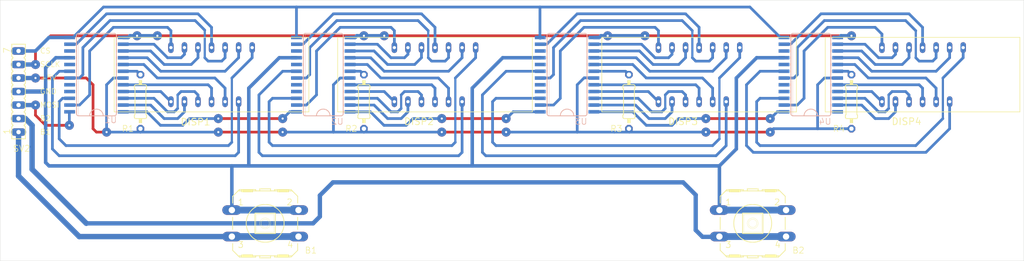
<source format=kicad_pcb>
(kicad_pcb (version 20221018) (generator pcbnew)
  (title_block (title "Bendix King KX155 Display") (date "2023-08-07") (rev "v1.0.1") (company "Kostoski Stefan"))
  (layers (0 "F.Cu" signal) (31 "B.Cu" signal) (34 "B.Paste" user) (35 "F.Paste" user) (36 "B.SilkS" user "B.Silkscreen") (37 "F.SilkS" user "F.Silkscreen") (38 "B.Mask" user) (39 "F.Mask" user) (44 "Edge.Cuts" user))
  (net 0 "")
  (net 1 "GND")
  (net 2 "Net-(U$2-ISET)")
  (net 3 "/VCC")
  (net 4 "Net-(U$4-ISET)")
  (net 5 "Net-(U$6-ISET)")
  (net 6 "Net-(U$8-ISET)")
  (net 7 "Net-(S1-P)")
  (net 8 "Net-(S2-P)")
  (net 9 "/LOAD")
  (net 10 "/CLK")
  (net 11 "/DIN")
  (net 12 "Net-(U$2-DIG0)")
  (net 13 "Net-(U$2-SEGA)")
  (net 14 "Net-(U$2-SEGF)")
  (net 15 "Net-(U$2-DIG1)")
  (net 16 "Net-(U$2-DIG2)")
  (net 17 "Net-(U$2-SEGB)")
  (net 18 "Net-(U$2-DIG4)")
  (net 19 "Net-(U$2-DIG3)")
  (net 20 "Net-(U$2-SEGG)")
  (net 21 "Net-(U$2-SEGC)")
  (net 22 "Net-(U$2-SEGDP)")
  (net 23 "Net-(U$2-SEGD)")
  (net 24 "Net-(U$2-SEGE)")
  (net 26 "Net-(U$2-DOUT)")
  (net 29 "Net-(U$4-DIG0)")
  (net 30 "Net-(U$4-SEGA)")
  (net 31 "Net-(U$4-SEGF)")
  (net 32 "Net-(U$4-DIG1)")
  (net 33 "Net-(U$4-DIG2)")
  (net 34 "Net-(U$4-SEGB)")
  (net 35 "Net-(U$4-DIG4)")
  (net 36 "Net-(U$4-DIG3)")
  (net 37 "Net-(U$4-SEGG)")
  (net 38 "Net-(U$4-SEGC)")
  (net 39 "Net-(U$4-SEGDP)")
  (net 40 "Net-(U$4-SEGD)")
  (net 41 "Net-(U$4-SEGE)")
  (net 43 "Net-(U$4-DOUT)")
  (net 46 "Net-(U$6-DIG0)")
  (net 47 "Net-(U$6-SEGA)")
  (net 48 "Net-(U$6-SEGF)")
  (net 49 "Net-(U$6-DIG1)")
  (net 50 "Net-(U$6-DIG2)")
  (net 51 "Net-(U$6-SEGB)")
  (net 52 "Net-(U$6-DIG4)")
  (net 53 "Net-(U$6-DIG3)")
  (net 54 "Net-(U$6-SEGG)")
  (net 55 "Net-(U$6-SEGC)")
  (net 56 "Net-(U$6-SEGDP)")
  (net 57 "Net-(U$6-SEGD)")
  (net 58 "Net-(U$6-SEGE)")
  (net 60 "Net-(U$6-DOUT)")
  (net 63 "Net-(U$8-DIG0)")
  (net 64 "Net-(U$8-SEGA)")
  (net 65 "Net-(U$8-SEGF)")
  (net 66 "Net-(U$8-DIG1)")
  (net 67 "Net-(U$8-DIG2)")
  (net 68 "Net-(U$8-SEGB)")
  (net 69 "Net-(U$8-DIG4)")
  (net 70 "Net-(U$8-DIG3)")
  (net 71 "Net-(U$8-SEGG)")
  (net 72 "Net-(U$8-SEGC)")
  (net 73 "Net-(U$8-SEGDP)")
  (net 74 "Net-(U$8-SEGD)")
  (net 75 "Net-(U$8-SEGE)")
  (footprint "Single Display:0207_10" (layer "F.Cu") (at 120.4461 99.5236 90)
    (fp_text reference "R2")
    (fp_text value "R-EU_0207/10" hide)
  )
  (footprint "Single Display:5_DIGIT_7SEGMENT_DISPLAY" (layer "F.Cu") (at 183.3111 94.4436)
    (fp_text reference "DISP3")
    (fp_text value "5_DIGIT_7SEGMENT_DISPLAY" hide)
  )
  (footprint "Single Display:0207_10" (layer "F.Cu") (at 78.5361 99.5236 90)
    (fp_text reference "R1")
    (fp_text value "R-EU_0207/10" hide)
  )
  (footprint "Single Display:0207_10" (layer "F.Cu") (at 170.1511 99.5236 90)
    (fp_text reference "R3")
    (fp_text value "R-EU_0207/10" hide)
  )
  (footprint "Single Display:B3F-40XX" (layer "F.Cu") (at 193.3695 122.3836)
    (fp_text reference "B2")
    (fp_text value "40-XX")
  )
  (footprint "Single Display:FE07" (layer "F.Cu") (at 55.6761 97.6186 90)
    (fp_text reference "SV2")
    (fp_text value "FE07-1" hide)
  )
  (footprint "Single Display:5_DIGIT_7SEGMENT_DISPLAY" (layer "F.Cu") (at 91.8711 94.4436)
    (fp_text reference "DISP1")
    (fp_text value "5_DIGIT_7SEGMENT_DISPLAY" hide)
  )
  (footprint "Single Display:5_DIGIT_7SEGMENT_DISPLAY" (layer "F.Cu") (at 133.7811 94.4436)
    (fp_text reference "DISP2")
    (fp_text value "5_DIGIT_7SEGMENT_DISPLAY" hide)
  )
  (footprint "Single Display:B3F-40XX" (layer "F.Cu") (at 101.9295 122.3836)
    (fp_text reference "B1")
    (fp_text value "40-XX")
  )
  (footprint "Single Display:0207_10" (layer "F.Cu") (at 211.8861 99.5236 90)
    (fp_text reference "R4")
    (fp_text value "R-EU_0207/10" hide)
  )
  (footprint "Single Display:5_DIGIT_7SEGMENT_DISPLAY" (layer "F.Cu") (at 225.2211 94.4436)
    (fp_text reference "DISP4")
    (fp_text value "5_DIGIT_7SEGMENT_DISPLAY" hide)
  )
  (footprint "Single Display:SO24L" (layer "B.Cu") (at 204.2661 94.4436 90)
    (fp_text reference "U4")
    (fp_text value "MAX7219CWG" hide)
  )
  (footprint "Single Display:SO24L" (layer "B.Cu") (at 70.2811 94.4436 90)
    (fp_text reference "U1")
    (fp_text value "MAX7219CWG" hide)
  )
  (footprint "Single Display:SO24L" (layer "B.Cu") (at 158.5461 94.4436 90)
    (fp_text reference "U3")
    (fp_text value "MAX7219CWG" hide)
  )
  (footprint "Single Display:SO24L" (layer "B.Cu") (at 112.8261 94.4436 90)
    (fp_text reference "U2")
    (fp_text value "MAX7219CWG" hide)
  )
  (gr_poly (pts (xy 52.2211 80.4436) (xy 52.2211 129.4436) (xy 113.2211 129.4436) (xy 122.2211 129.4436) (xy 172.2211 129.4436) (xy 182.2211 129.4436) (xy 202.2211 129.4436) (xy 212.2211 129.4436) (xy 244.2211 129.4436) (xy 244.2211 80.4436)) (stroke (width 0.05)) (fill none) (layer "Edge.Cuts"))
  (gr_text "GND" (at 59.6611 98.1736) (layer "F.SilkS") (effects (font (size 1 1) (thickness 0.1)) (justify left bottom)))
  (gr_text "B2" (at 59.6611 103.2536) (layer "F.SilkS") (effects (font (size 1 1) (thickness 0.1)) (justify left bottom)))
  (gr_text "B1" (at 59.6611 105.7936) (layer "F.SilkS") (effects (font (size 1 1) (thickness 0.1)) (justify left bottom)))
  (gr_text "MOSI" (at 59.6611 100.7136) (layer "F.SilkS") (effects (font (size 1 1) (thickness 0.1)) (justify left bottom)))
  (gr_text "CS" (at 59.6611 90.5536) (layer "F.SilkS") (effects (font (size 1 1) (thickness 0.1)) (justify left bottom)))
  (gr_text "+5V" (at 59.6611 95.6336) (layer "F.SilkS") (effects (font (size 1 1) (thickness 0.1)) (justify left bottom)))
  (gr_text "SCLK" (at 59.6611 93.0936) (layer "F.SilkS") (effects (font (size 1 1) (thickness 0.1)) (justify left bottom)))
  (segment (start 187.1211 119.8944) (end 187.1211 111.5886) (width 0.6604) (layer "B.Cu") (net 1))
  (segment (start 60.7561 97.6186) (end 60.7561 110.9536) (width 0.6604) (layer "B.Cu") (net 1))
  (segment (start 95.6811 119.8944) (end 108.1779 119.8944) (width 1.27) (layer "B.Cu") (net 1))
  (segment (start 146.4811 91.2686) (end 140.7661 96.9836) (width 0.6604) (layer "B.Cu") (net 1))
  (segment (start 194.1061 91.2686) (end 199.2369 91.2686) (width 0.6604) (layer "B.Cu") (net 1))
  (segment (start 187.1211 119.8944) (end 199.6179 119.8944) (width 1.27) (layer "B.Cu") (net 1))
  (segment (start 95.6811 111.5886) (end 98.8561 111.5886) (width 0.6604) (layer "B.Cu") (net 1))
  (segment (start 153.5169 91.2686) (end 146.4811 91.2686) (width 0.6604) (layer "B.Cu") (net 1))
  (segment (start 55.6761 97.6186) (end 57.064554 97.619812) (width 0.8128) (layer "B.Cu") (net 1))
  (segment (start 60.7561 110.9536) (end 61.3911 111.5886) (width 0.6604) (layer "B.Cu") (net 1))
  (segment (start 98.8561 96.9836) (end 98.8561 111.5886) (width 0.6604) (layer "B.Cu") (net 1))
  (segment (start 95.6811 119.8944) (end 95.6811 111.5886) (width 0.6604) (layer "B.Cu") (net 1))
  (segment (start 98.8561 96.9836) (end 104.5711 91.2686) (width 0.6604) (layer "B.Cu") (net 1))
  (segment (start 62.6611 91.2686) (end 60.7561 93.1736) (width 0.6604) (layer "B.Cu") (net 1))
  (segment (start 65.2519 91.2686) (end 62.6611 91.2686) (width 0.6604) (layer "B.Cu") (net 1))
  (segment (start 190.2961 108.4136) (end 187.1211 111.5886) (width 0.6604) (layer "B.Cu") (net 1))
  (segment (start 187.1211 111.5886) (end 140.7661 111.5886) (width 0.6604) (layer "B.Cu") (net 1))
  (segment (start 60.7561 93.1736) (end 60.7561 97.6186) (width 0.6604) (layer "B.Cu") (net 1))
  (segment (start 140.7661 96.9836) (end 140.7661 111.5886) (width 0.6604) (layer "B.Cu") (net 1))
  (segment (start 98.8561 111.5886) (end 140.7661 111.5886) (width 0.6604) (layer "B.Cu") (net 1))
  (segment (start 61.3911 111.5886) (end 95.6811 111.5886) (width 0.6604) (layer "B.Cu") (net 1))
  (segment (start 190.2961 95.0786) (end 194.1061 91.2686) (width 0.6604) (layer "B.Cu") (net 1))
  (segment (start 57.064554 97.619812) (end 60.7561 97.6186) (width 0.8128) (layer "B.Cu") (net 1))
  (segment (start 190.2961 95.0786) (end 190.2961 108.4136) (width 0.6604) (layer "B.Cu") (net 1))
  (segment (start 104.5711 91.2686) (end 107.7969 91.2686) (width 0.6604) (layer "B.Cu") (net 1))
  (segment (start 77.9011 93.8086) (end 78.5361 94.4436) (width 0.508) (layer "B.Cu") (net 2))
  (segment (start 75.3103 93.8086) (end 77.9011 93.8086) (width 0.508) (layer "B.Cu") (net 2))
  (segment (start 135.0511 105.2386) (end 147.1161 105.2386) (width 0.508) (layer "F.Cu") (net 3))
  (segment (start 70.2811 105.2386) (end 72.1861 105.2386) (width 0.508) (layer "F.Cu") (net 3))
  (segment (start 93.1411 105.2386) (end 105.2061 105.2386) (width 0.508) (layer "F.Cu") (net 3))
  (segment (start 68.3761 95.0786) (end 69.6461 96.3486) (width 0.508) (layer "F.Cu") (net 3))
  (segment (start 184.5811 105.2386) (end 196.6461 105.2386) (width 0.508) (layer "F.Cu") (net 3))
  (segment (start 70.2811 105.2386) (end 69.6461 104.6036) (width 0.508) (layer "F.Cu") (net 3))
  (segment (start 69.6461 96.3486) (end 69.6461 104.6036) (width 0.508) (layer "F.Cu") (net 3))
  (segment (start 58.8511 95.0786) (end 68.3761 95.0786) (width 0.508) (layer "F.Cu") (net 3))
  (via (at 58.8511 95.0786) (size 1.7) (drill 0.4) (layers "F.Cu" "B.Cu") (net 3))
  (via (at 72.1861 105.2386) (size 1.7) (drill 0.4) (layers "F.Cu" "B.Cu") (net 3))
  (via (at 135.0511 105.2386) (size 1.7) (drill 0.4) (layers "F.Cu" "B.Cu") (net 3))
  (via (at 93.1411 105.2386) (size 1.7) (drill 0.4) (layers "F.Cu" "B.Cu") (net 3))
  (via (at 147.1161 105.2386) (size 1.7) (drill 0.4) (layers "F.Cu" "B.Cu") (net 3))
  (via (at 105.2061 105.2386) (size 1.7) (drill 0.4) (layers "F.Cu" "B.Cu") (net 3))
  (via (at 184.5811 105.2386) (size 1.7) (drill 0.4) (layers "F.Cu" "B.Cu") (net 3))
  (via (at 196.6461 105.2386) (size 1.7) (drill 0.4) (layers "F.Cu" "B.Cu") (net 3))
  (segment (start 78.5361 104.6036) (end 78.5361 105.2386) (width 0.508) (layer "B.Cu") (net 3))
  (segment (start 206.8061 95.0786) (end 209.2953 95.0786) (width 0.508) (layer "B.Cu") (net 3))
  (segment (start 75.3103 95.0786) (end 73.4561 95.0786) (width 0.508) (layer "B.Cu") (net 3))
  (segment (start 196.6461 105.2386) (end 197.2811 104.6036) (width 0.508) (layer "B.Cu") (net 3))
  (segment (start 161.755056 95.044644) (end 163.609256 95.044644) (width 0.508) (layer "B.Cu") (net 3))
  (segment (start 147.1161 105.2386) (end 160.4511 105.2386) (width 0.508) (layer "B.Cu") (net 3))
  (segment (start 170.1511 104.6036) (end 170.1511 105.1686) (width 0.508) (layer "B.Cu") (net 3))
  (segment (start 197.2811 104.6036) (end 205.5361 104.6036) (width 0.508) (layer "B.Cu") (net 3))
  (segment (start 73.4561 95.0786) (end 72.1861 96.3486) (width 0.508) (layer "B.Cu") (net 3))
  (segment (start 114.7311 105.2386) (end 120.4461 105.2386) (width 0.508) (layer "B.Cu") (net 3))
  (segment (start 105.2061 105.2386) (end 114.7311 105.2386) (width 0.508) (layer "B.Cu") (net 3))
  (segment (start 170.1511 105.1686) (end 170.2211 105.2386) (width 0.2) (layer "B.Cu") (net 3))
  (segment (start 205.5361 96.3486) (end 206.8061 95.0786) (width 0.508) (layer "B.Cu") (net 3))
  (segment (start 167.4361 105.2386) (end 170.2211 105.2386) (width 0.508) (layer "B.Cu") (net 3))
  (segment (start 170.2211 105.2386) (end 184.5811 105.2386) (width 0.508) (layer "B.Cu") (net 3))
  (segment (start 120.4461 105.2386) (end 135.0511 105.2386) (width 0.508) (layer "B.Cu") (net 3))
  (segment (start 116.0011 95.0786) (end 117.8553 95.0786) (width 0.508) (layer "B.Cu") (net 3))
  (segment (start 114.7311 96.3486) (end 116.0011 95.0786) (width 0.508) (layer "B.Cu") (net 3))
  (segment (start 160.4511 105.2386) (end 167.4361 105.2386) (width 0.508) (layer "B.Cu") (net 3))
  (segment (start 120.4461 104.6036) (end 120.4461 105.2386) (width 0.508) (layer "B.Cu") (net 3))
  (segment (start 72.1861 105.2386) (end 72.1861 96.3486) (width 0.508) (layer "B.Cu") (net 3))
  (segment (start 160.4511 96.3486) (end 161.755056 95.044644) (width 0.508) (layer "B.Cu") (net 3))
  (segment (start 72.1861 105.2386) (end 78.5361 105.2386) (width 0.508) (layer "B.Cu") (net 3))
  (segment (start 160.4511 96.3486) (end 160.4511 105.2386) (width 0.508) (layer "B.Cu") (net 3))
  (segment (start 205.5361 104.6036) (end 205.5361 96.3486) (width 0.508) (layer "B.Cu") (net 3))
  (segment (start 78.5361 105.2386) (end 93.1411 105.2386) (width 0.508) (layer "B.Cu") (net 3))
  (segment (start 58.8511 95.0786) (end 55.6761 95.0786) (width 0.8128) (layer "B.Cu") (net 3))
  (segment (start 163.5753 95.0786) (end 163.609256 95.044644) (width 0.508) (layer "B.Cu") (net 3))
  (segment (start 114.7311 96.3486) (end 114.7311 105.2386) (width 0.508) (layer "B.Cu") (net 3))
  (segment (start 211.8861 104.6036) (end 205.5361 104.6036) (width 0.508) (layer "B.Cu") (net 3))
  (segment (start 117.8553 93.8086) (end 119.8111 93.8086) (width 0.508) (layer "B.Cu") (net 4))
  (segment (start 119.8111 93.8086) (end 120.4461 94.4436) (width 0.508) (layer "B.Cu") (net 4))
  (segment (start 169.5161 93.8086) (end 170.1511 94.4436) (width 0.508) (layer "B.Cu") (net 5))
  (segment (start 163.5753 93.8086) (end 169.5161 93.8086) (width 0.508) (layer "B.Cu") (net 5))
  (segment (start 211.2511 93.8086) (end 211.8861 94.4436) (width 0.508) (layer "B.Cu") (net 6))
  (segment (start 209.2953 93.8086) (end 211.2511 93.8086) (width 0.508) (layer "B.Cu") (net 6))
  (segment (start 108.1779 124.8728) (end 95.6811 124.8728) (width 1.27) (layer "B.Cu") (net 7))
  (segment (start 67.0553 124.8728) (end 95.6811 124.8728) (width 1.016) (layer "B.Cu") (net 7))
  (segment (start 67.0553 124.8728) (end 55.6761 113.4936) (width 1.016) (layer "B.Cu") (net 7))
  (segment (start 55.6761 105.2386) (end 55.6761 113.4936) (width 1.016) (layer "B.Cu") (net 7))
  (segment (start 114.6461 114.6836) (end 112.1911 117.1386) (width 0.8128) (layer "B.Cu") (net 8))
  (segment (start 58.2161 103.9686) (end 56.9461 102.6986) (width 1.016) (layer "B.Cu") (net 8))
  (segment (start 110.9211 122.3836) (end 68.3761 122.3836) (width 0.8128) (layer "B.Cu") (net 8))
  (segment (start 68.3761 122.3836) (end 58.2161 112.2236) (width 1.016) (layer "B.Cu") (net 8))
  (segment (start 58.2161 103.9686) (end 58.2161 112.2236) (width 1.016) (layer "B.Cu") (net 8))
  (segment (start 183.9461 124.9236) (end 182.6761 123.6536) (width 0.8128) (layer "B.Cu") (net 8))
  (segment (start 180.3111 114.6836) (end 114.6461 114.6836) (width 0.8128) (layer "B.Cu") (net 8))
  (segment (start 187.0703 124.9236) (end 183.9461 124.9236) (width 0.8128) (layer "B.Cu") (net 8))
  (segment (start 199.6179 124.8728) (end 187.1211 124.8728) (width 1.27) (layer "B.Cu") (net 8))
  (segment (start 112.1911 121.1136) (end 110.9211 122.3836) (width 0.8128) (layer "B.Cu") (net 8))
  (segment (start 187.1211 124.8728) (end 187.0703 124.9236) (width 0.8128) (layer "B.Cu") (net 8))
  (segment (start 56.9461 102.6986) (end 55.6761 102.6986) (width 1.016) (layer "B.Cu") (net 8))
  (segment (start 182.6761 123.6536) (end 182.6761 117.0486) (width 0.8128) (layer "B.Cu") (net 8))
  (segment (start 112.1911 117.1386) (end 112.1911 121.1136) (width 0.8128) (layer "B.Cu") (net 8))
  (segment (start 182.6761 117.0486) (end 180.3111 114.6836) (width 0.8128) (layer "B.Cu") (net 8))
  (segment (start 199.2369 87.4586) (end 198.5511 87.4586) (width 0.508) (layer "B.Cu") (net 9))
  (segment (start 153.5169 87.4586) (end 153.4661 87.4078) (width 0.8128) (layer "B.Cu") (net 9))
  (segment (start 65.2519 87.4586) (end 65.8869 87.4586) (width 0.508) (layer "B.Cu") (net 9))
  (segment (start 71.6019 81.7436) (end 107.7969 81.7436) (width 0.508) (layer "B.Cu") (net 9))
  (segment (start 58.8511 89.9986) (end 61.3911 87.4586) (width 0.6604) (layer "B.Cu") (net 9))
  (segment (start 55.6761 89.9986) (end 58.8511 89.9986) (width 0.6604) (layer "B.Cu") (net 9))
  (segment (start 107.7969 87.4586) (end 107.7969 81.7436) (width 0.508) (layer "B.Cu") (net 9))
  (segment (start 198.5511 87.4586) (end 192.8361 81.7436) (width 0.508) (layer "B.Cu") (net 9))
  (segment (start 107.7969 81.7436) (end 153.4661 81.7436) (width 0.508) (layer "B.Cu") (net 9))
  (segment (start 153.4661 81.7436) (end 192.8361 81.7436) (width 0.508) (layer "B.Cu") (net 9))
  (segment (start 61.3911 87.4586) (end 65.2519 87.4586) (width 0.6604) (layer "B.Cu") (net 9))
  (segment (start 71.6019 81.7436) (end 65.8869 87.4586) (width 0.508) (layer "B.Cu") (net 9))
  (segment (start 153.4661 87.4078) (end 153.4661 81.7436) (width 0.508) (layer "B.Cu") (net 9))
  (segment (start 58.8511 89.9986) (end 61.7086 87.1411) (width 0.508) (layer "F.Cu") (net 10))
  (segment (start 58.8511 92.5386) (end 58.8511 89.9986) (width 0.508) (layer "F.Cu") (net 10))
  (segment (start 61.7086 87.1411) (end 77.9011 87.1411) (width 0.508) (layer "F.Cu") (net 10))
  (segment (start 211.8861 87.1411) (end 173.1511 87.1411) (width 0.508) (layer "F.Cu") (net 10))
  (segment (start 124.2561 87.1411) (end 166.1661 87.1411) (width 0.508) (layer "F.Cu") (net 10))
  (segment (start 81.7111 87.1411) (end 120.4461 87.1411) (width 0.508) (layer "F.Cu") (net 10))
  (via (at 124.2561 87.1411) (size 1.7) (drill 0.4) (layers "F.Cu" "B.Cu") (net 10))
  (via (at 77.9011 87.1411) (size 1.7) (drill 0.4) (layers "F.Cu" "B.Cu") (net 10))
  (via (at 166.1661 87.1411) (size 1.7) (drill 0.4) (layers "F.Cu" "B.Cu") (net 10))
  (via (at 58.8511 92.5386) (size 1.7) (drill 0.4) (layers "F.Cu" "B.Cu") (net 10))
  (via (at 211.8861 87.1411) (size 1.7) (drill 0.4) (layers "F.Cu" "B.Cu") (net 10))
  (via (at 173.1511 87.1411) (size 1.7) (drill 0.4) (layers "F.Cu" "B.Cu") (net 10))
  (via (at 120.4461 87.1411) (size 1.7) (drill 0.4) (layers "F.Cu" "B.Cu") (net 10))
  (via (at 81.7111 87.1411) (size 1.7) (drill 0.4) (layers "F.Cu" "B.Cu") (net 10))
  (segment (start 164.8961 87.1411) (end 164.5786 87.4586) (width 0.6604) (layer "B.Cu") (net 10))
  (segment (start 58.8511 92.5386) (end 55.6761 92.5386) (width 0.8128) (layer "B.Cu") (net 10))
  (segment (start 209.9303 87.1411) (end 209.6128 87.4586) (width 0.6604) (layer "B.Cu") (net 10))
  (segment (start 166.1661 87.1411) (end 173.1511 87.1411) (width 0.6604) (layer "B.Cu") (net 10))
  (segment (start 211.8861 87.1411) (end 209.9303 87.1411) (width 0.6604) (layer "B.Cu") (net 10))
  (segment (start 77.9011 87.1411) (end 81.7111 87.1411) (width 0.6604) (layer "B.Cu") (net 10))
  (segment (start 77.9011 87.1411) (end 76.5803 87.1411) (width 0.6604) (layer "B.Cu") (net 10))
  (segment (start 76.2628 87.4586) (end 75.3103 87.4586) (width 0.6604) (layer "B.Cu") (net 10))
  (segment (start 120.4461 87.1411) (end 119.1253 87.1411) (width 0.6604) (layer "B.Cu") (net 10))
  (segment (start 209.6128 87.4586) (end 209.2953 87.4586) (width 0.6604) (layer "B.Cu") (net 10))
  (segment (start 118.8078 87.4586) (end 117.8553 87.4586) (width 0.6604) (layer "B.Cu") (net 10))
  (segment (start 163.5753 87.4586) (end 164.5786 87.4586) (width 0.6604) (layer "B.Cu") (net 10))
  (segment (start 119.1253 87.1411) (end 118.8078 87.4586) (width 0.6604) (layer "B.Cu") (net 10))
  (segment (start 120.4461 87.1411) (end 124.2561 87.1411) (width 0.6604) (layer "B.Cu") (net 10))
  (segment (start 164.8961 87.1411) (end 166.1661 87.1411) (width 0.6604) (layer "B.Cu") (net 10))
  (segment (start 76.5803 87.1411) (end 76.2628 87.4586) (width 0.6604) (layer "B.Cu") (net 10))
  (segment (start 60.7561 103.9686) (end 65.2011 103.9686) (width 0.508) (layer "F.Cu") (net 11))
  (segment (start 60.7561 103.9686) (end 58.8511 102.0636) (width 0.508) (layer "F.Cu") (net 11))
  (segment (start 58.8511 100.1586) (end 58.8511 102.0636) (width 0.508) (layer "F.Cu") (net 11))
  (via (at 65.2011 103.9686) (size 1.7) (drill 0.4) (layers "F.Cu" "B.Cu") (net 11))
  (via (at 58.8511 100.1586) (size 1.7) (drill 0.4) (layers "F.Cu" "B.Cu") (net 11))
  (segment (start 65.2011 101.4794) (end 65.2519 101.4286) (width 0.508) (layer "B.Cu") (net 11))
  (segment (start 55.6761 100.1586) (end 58.8511 100.1586) (width 0.8128) (layer "B.Cu") (net 11))
  (segment (start 65.2011 103.9686) (end 65.2011 101.4794) (width 0.508) (layer "B.Cu") (net 11))
  (segment (start 67.1061 100.1586) (end 65.2519 100.1586) (width 0.508) (layer "B.Cu") (net 12))
  (segment (start 69.0111 89.9986) (end 69.0111 98.2536) (width 0.508) (layer "B.Cu") (net 12))
  (segment (start 84.2511 86.1886) (end 83.6161 85.5536) (width 0.508) (layer "B.Cu") (net 12))
  (segment (start 73.4561 85.5536) (end 69.0111 89.9986) (width 0.508) (layer "B.Cu") (net 12))
  (segment (start 84.2511 89.3636) (end 84.2511 86.1886) (width 0.508) (layer "B.Cu") (net 12))
  (segment (start 69.0111 98.2536) (end 67.1061 100.1586) (width 0.508) (layer "B.Cu") (net 12))
  (segment (start 83.6161 85.5536) (end 73.4561 85.5536) (width 0.508) (layer "B.Cu") (net 12))
  (segment (start 86.7911 90.6336) (end 86.1561 91.2686) (width 0.508) (layer "B.Cu") (net 13))
  (segment (start 86.1561 91.2686) (end 83.6161 91.2686) (width 0.508) (layer "B.Cu") (net 13))
  (segment (start 81.0761 88.7286) (end 75.3103 88.7286) (width 0.508) (layer "B.Cu") (net 13))
  (segment (start 86.7911 89.3636) (end 86.7911 90.6336) (width 0.508) (layer "B.Cu") (net 13))
  (segment (start 83.6161 91.2686) (end 81.0761 88.7286) (width 0.508) (layer "B.Cu") (net 13))
  (segment (start 88.0611 92.5386) (end 82.9811 92.5386) (width 0.508) (layer "B.Cu") (net 14))
  (segment (start 89.3311 91.2686) (end 88.0611 92.5386) (width 0.508) (layer "B.Cu") (net 14))
  (segment (start 89.3311 89.3636) (end 89.3311 91.2686) (width 0.508) (layer "B.Cu") (net 14))
  (segment (start 82.9811 92.5386) (end 80.4411 89.9986) (width 0.508) (layer "B.Cu") (net 14))
  (segment (start 80.4411 89.9986) (end 75.3103 89.9986) (width 0.508) (layer "B.Cu") (net 14))
  (segment (start 89.3311 83.0136) (end 91.8711 85.5536) (width 0.508) (layer "B.Cu") (net 15))
  (segment (start 89.3311 83.0136) (end 72.1861 83.0136) (width 0.508) (layer "B.Cu") (net 15))
  (segment (start 65.2519 88.7286) (end 66.4711 88.7286) (width 0.508) (layer "B.Cu") (net 15))
  (segment (start 91.8711 85.5536) (end 91.8711 89.3636) (width 0.508) (layer "B.Cu") (net 15))
  (segment (start 72.1861 83.0136) (end 66.4711 88.7286) (width 0.508) (layer "B.Cu") (net 15))
  (segment (start 67.7411 89.3636) (end 72.8211 84.2836) (width 0.508) (layer "B.Cu") (net 16))
  (segment (start 65.2519 95.0786) (end 67.1061 95.0786) (width 0.508) (layer "B.Cu") (net 16))
  (segment (start 91.2361 91.9036) (end 93.7761 91.9036) (width 0.508) (layer "B.Cu") (net 16))
  (segment (start 94.4111 91.2686) (end 94.4111 89.3636) (width 0.508) (layer "B.Cu") (net 16))
  (segment (start 88.793631 84.2836) (end 90.6011 86.091069) (width 0.508) (layer "B.Cu") (net 16))
  (segment (start 90.6011 86.091069) (end 90.6011 91.2686) (width 0.4064) (layer "B.Cu") (net 16))
  (segment (start 93.7761 91.9036) (end 94.4111 91.2686) (width 0.508) (layer "B.Cu") (net 16))
  (segment (start 90.6011 91.2686) (end 91.2361 91.9036) (width 0.508) (layer "B.Cu") (net 16))
  (segment (start 67.1061 95.0786) (end 67.7411 94.4436) (width 0.508) (layer "B.Cu") (net 16))
  (segment (start 72.8211 84.2836) (end 88.793631 84.2836) (width 0.508) (layer "B.Cu") (net 16))
  (segment (start 67.7411 94.4436) (end 67.7411 89.3636) (width 0.508) (layer "B.Cu") (net 16))
  (segment (start 96.9511 89.3636) (end 96.9511 91.2686) (width 0.508) (layer "B.Cu") (net 17))
  (segment (start 94.4111 93.8086) (end 82.3461 93.8086) (width 0.508) (layer "B.Cu") (net 17))
  (segment (start 82.3461 93.8086) (end 79.8061 91.2686) (width 0.508) (layer "B.Cu") (net 17))
  (segment (start 79.8061 91.2686) (end 75.3103 91.2686) (width 0.508) (layer "B.Cu") (net 17))
  (segment (start 96.9511 91.2686) (end 94.4111 93.8086) (width 0.508) (layer "B.Cu") (net 17))
  (segment (start 63.2961 106.5086) (end 64.5661 107.7786) (width 0.508) (layer "B.Cu") (net 18))
  (segment (start 95.6811 95.0786) (end 95.6811 107.1436) (width 0.4064) (layer "B.Cu") (net 18))
  (segment (start 99.4911 91.2686) (end 95.6811 95.0786) (width 0.508) (layer "B.Cu") (net 18))
  (segment (start 63.9311 98.8886) (end 63.2961 99.5236) (width 0.508) (layer "B.Cu") (net 18))
  (segment (start 64.5661 107.7786) (end 95.0461 107.7786) (width 0.508) (layer "B.Cu") (net 18))
  (segment (start 99.4911 91.2686) (end 99.4911 89.3636) (width 0.508) (layer "B.Cu") (net 18))
  (segment (start 95.0461 107.7786) (end 95.6811 107.1436) (width 0.508) (layer "B.Cu") (net 18))
  (segment (start 63.2961 99.5236) (end 63.2961 106.5086) (width 0.508) (layer "B.Cu") (net 18))
  (segment (start 65.2519 98.8886) (end 63.9311 98.8886) (width 0.508) (layer "B.Cu") (net 18))
  (segment (start 63.2961 93.8086) (end 62.0261 95.0786) (width 0.508) (layer "B.Cu") (net 19))
  (segment (start 62.0261 95.0786) (end 62.0261 108.4136) (width 0.508) (layer "B.Cu") (net 19))
  (segment (start 62.0261 108.4136) (end 63.2961 109.6836) (width 0.508) (layer "B.Cu") (net 19))
  (segment (start 65.2519 93.8086) (end 63.2961 93.8086) (width 0.508) (layer "B.Cu") (net 19))
  (segment (start 96.3161 109.6836) (end 96.9511 109.0486) (width 0.508) (layer "B.Cu") (net 19))
  (segment (start 63.2961 109.6836) (end 96.3161 109.6836) (width 0.508) (layer "B.Cu") (net 19))
  (segment (start 96.9511 109.0486) (end 96.9511 99.5236) (width 0.508) (layer "B.Cu") (net 19))
  (segment (start 79.1711 92.5386) (end 81.7111 95.0786) (width 0.508) (layer "B.Cu") (net 20))
  (segment (start 94.4111 96.9836) (end 94.4111 99.5236) (width 0.508) (layer "B.Cu") (net 20))
  (segment (start 92.5061 95.0786) (end 94.4111 96.9836) (width 0.508) (layer "B.Cu") (net 20))
  (segment (start 81.7111 95.0786) (end 92.5061 95.0786) (width 0.508) (layer "B.Cu") (net 20))
  (segment (start 75.3103 92.5386) (end 79.1711 92.5386) (width 0.508) (layer "B.Cu") (net 20))
  (segment (start 91.2361 96.3486) (end 91.8711 96.9836) (width 0.508) (layer "B.Cu") (net 21))
  (segment (start 91.8711 96.9836) (end 91.8711 99.5236) (width 0.508) (layer "B.Cu") (net 21))
  (segment (start 75.3103 96.3486) (end 91.2361 96.3486) (width 0.508) (layer "B.Cu") (net 21))
  (segment (start 75.3103 98.8886) (end 81.0761 98.8886) (width 0.508) (layer "B.Cu") (net 22))
  (segment (start 84.8861 101.4286) (end 85.5211 100.7936) (width 0.508) (layer "B.Cu") (net 22))
  (segment (start 89.3311 98.2536) (end 88.6961 97.6186) (width 0.508) (layer "B.Cu") (net 22))
  (segment (start 81.0761 98.8886) (end 83.6161 101.4286) (width 0.508) (layer "B.Cu") (net 22))
  (segment (start 89.3311 98.2536) (end 89.3311 99.5236) (width 0.508) (layer "B.Cu") (net 22))
  (segment (start 85.5211 100.7936) (end 85.5211 98.2536) (width 0.4064) (layer "B.Cu") (net 22))
  (segment (start 85.5211 98.2536) (end 86.1561 97.6186) (width 0.508) (layer "B.Cu") (net 22))
  (segment (start 86.1561 97.6186) (end 88.6961 97.6186) (width 0.508) (layer "B.Cu") (net 22))
  (segment (start 83.6161 101.4286) (end 84.8861 101.4286) (width 0.508) (layer "B.Cu") (net 22))
  (segment (start 82.9811 102.6986) (end 85.5211 102.6986) (width 0.508) (layer "B.Cu") (net 23))
  (segment (start 80.4411 100.1586) (end 82.9811 102.6986) (width 0.508) (layer "B.Cu") (net 23))
  (segment (start 86.7911 101.4286) (end 86.7911 99.5236) (width 0.508) (layer "B.Cu") (net 23))
  (segment (start 75.3103 100.1586) (end 80.4411 100.1586) (width 0.508) (layer "B.Cu") (net 23))
  (segment (start 85.5211 102.6986) (end 86.7911 101.4286) (width 0.508) (layer "B.Cu") (net 23))
  (segment (start 75.3103 97.6186) (end 82.3461 97.6186) (width 0.508) (layer "B.Cu") (net 24))
  (segment (start 82.3461 97.6186) (end 84.2511 99.5236) (width 0.508) (layer "B.Cu") (net 24))
  (segment (start 93.1411 102.6986) (end 105.2061 102.6986) (width 0.508) (layer "F.Cu") (net 26))
  (via (at 93.1411 102.6986) (size 1.7) (drill 0.4) (layers "F.Cu" "B.Cu") (net 26))
  (via (at 105.2061 102.6986) (size 1.7) (drill 0.4) (layers "F.Cu" "B.Cu") (net 26))
  (segment (start 82.2953 103.9686) (end 79.7553 101.4286) (width 0.508) (layer "B.Cu") (net 26))
  (segment (start 87.7436 102.6986) (end 86.4736 103.9686) (width 0.508) (layer "B.Cu") (net 26))
  (segment (start 105.2061 102.6986) (end 105.2569 102.6986) (width 0.508) (layer "B.Cu") (net 26))
  (segment (start 106.5269 101.4286) (end 105.2569 102.6986) (width 0.508) (layer "B.Cu") (net 26))
  (segment (start 106.5269 101.4286) (end 107.7969 101.4286) (width 0.508) (layer "B.Cu") (net 26))
  (segment (start 79.7553 101.4286) (end 75.3103 101.4286) (width 0.508) (layer "B.Cu") (net 26))
  (segment (start 86.4736 103.9686) (end 82.2953 103.9686) (width 0.508) (layer "B.Cu") (net 26))
  (segment (start 93.1411 102.6986) (end 87.7436 102.6986) (width 0.508) (layer "B.Cu") (net 26))
  (segment (start 116.0011 85.5536) (end 125.5261 85.5536) (width 0.508) (layer "B.Cu") (net 29))
  (segment (start 125.5261 85.5536) (end 126.1611 86.1886) (width 0.508) (layer "B.Cu") (net 29))
  (segment (start 111.5561 98.2536) (end 111.5561 89.9986) (width 0.508) (layer "B.Cu") (net 29))
  (segment (start 111.5561 89.9986) (end 116.0011 85.5536) (width 0.508) (layer "B.Cu") (net 29))
  (segment (start 107.7969 100.1586) (end 109.6511 100.1586) (width 0.508) (layer "B.Cu") (net 29))
  (segment (start 126.1611 86.1886) (end 126.1611 89.3636) (width 0.508) (layer "B.Cu") (net 29))
  (segment (start 109.6511 100.1586) (end 111.5561 98.2536) (width 0.508) (layer "B.Cu") (net 29))
  (segment (start 128.7011 90.6336) (end 128.7011 89.3636) (width 0.508) (layer "B.Cu") (net 30))
  (segment (start 117.8553 88.7286) (end 122.9861 88.7286) (width 0.508) (layer "B.Cu") (net 30))
  (segment (start 128.0661 91.2686) (end 128.7011 90.6336) (width 0.508) (layer "B.Cu") (net 30))
  (segment (start 125.5261 91.2686) (end 128.0661 91.2686) (width 0.508) (layer "B.Cu") (net 30))
  (segment (start 122.9861 88.7286) (end 125.5261 91.2686) (width 0.508) (layer "B.Cu") (net 30))
  (segment (start 117.8553 89.9986) (end 122.3511 89.9986) (width 0.508) (layer "B.Cu") (net 31))
  (segment (start 124.8911 92.5386) (end 129.9711 92.5386) (width 0.508) (layer "B.Cu") (net 31))
  (segment (start 129.9711 92.5386) (end 131.2411 91.2686) (width 0.508) (layer "B.Cu") (net 31))
  (segment (start 122.3511 89.9986) (end 124.8911 92.5386) (width 0.508) (layer "B.Cu") (net 31))
  (segment (start 131.2411 91.2686) (end 131.2411 89.3636) (width 0.508) (layer "B.Cu") (net 31))
  (segment (start 131.2411 83.0136) (end 133.7811 85.5536) (width 0.508) (layer "B.Cu") (net 32))
  (segment (start 133.7811 85.5536) (end 133.7811 89.3636) (width 0.508) (layer "B.Cu") (net 32))
  (segment (start 109.0161 88.7286) (end 114.7311 83.0136) (width 0.508) (layer "B.Cu") (net 32))
  (segment (start 107.7969 88.7286) (end 109.0161 88.7286) (width 0.508) (layer "B.Cu") (net 32))
  (segment (start 114.7311 83.0136) (end 131.2411 83.0136) (width 0.508) (layer "B.Cu") (net 32))
  (segment (start 130.6061 84.2836) (end 132.5111 86.1886) (width 0.508) (layer "B.Cu") (net 33))
  (segment (start 132.5111 91.2686) (end 133.1461 91.9036) (width 0.508) (layer "B.Cu") (net 33))
  (segment (start 115.3661 84.2836) (end 130.6061 84.2836) (width 0.508) (layer "B.Cu") (net 33))
  (segment (start 136.3211 91.2686) (end 136.3211 89.3636) (width 0.508) (layer "B.Cu") (net 33))
  (segment (start 135.6861 91.9036) (end 136.3211 91.2686) (width 0.508) (layer "B.Cu") (net 33))
  (segment (start 110.2861 94.4436) (end 110.2861 89.3636) (width 0.508) (layer "B.Cu") (net 33))
  (segment (start 133.1461 91.9036) (end 135.6861 91.9036) (width 0.508) (layer "B.Cu") (net 33))
  (segment (start 110.2861 89.3636) (end 115.3661 84.2836) (width 0.508) (layer "B.Cu") (net 33))
  (segment (start 132.5111 86.1886) (end 132.5111 91.2686) (width 0.4064) (layer "B.Cu") (net 33))
  (segment (start 109.6511 95.0786) (end 110.2861 94.4436) (width 0.508) (layer "B.Cu") (net 33))
  (segment (start 107.7969 95.0786) (end 109.6511 95.0786) (width 0.508) (layer "B.Cu") (net 33))
  (segment (start 136.3211 93.8086) (end 138.8611 91.2686) (width 0.508) (layer "B.Cu") (net 34))
  (segment (start 117.8553 91.2686) (end 121.7161 91.2686) (width 0.508) (layer "B.Cu") (net 34))
  (segment (start 121.7161 91.2686) (end 124.2561 93.8086) (width 0.508) (layer "B.Cu") (net 34))
  (segment (start 124.2561 93.8086) (end 136.3211 93.8086) (width 0.508) (layer "B.Cu") (net 34))
  (segment (start 138.8611 91.2686) (end 138.8611 89.3636) (width 0.508) (layer "B.Cu") (net 34))
  (segment (start 102.6661 99.5236) (end 102.6661 107.1436) (width 0.508) (layer "B.Cu") (net 35))
  (segment (start 141.4011 91.2686) (end 141.4011 89.3636) (width 0.508) (layer "B.Cu") (net 35))
  (segment (start 103.3011 98.8886) (end 102.6661 99.5236) (width 0.508) (layer "B.Cu") (net 35))
  (segment (start 102.6661 107.1436) (end 103.3011 107.7786) (width 0.508) (layer "B.Cu") (net 35))
  (segment (start 103.3011 107.7786) (end 136.9561 107.7786) (width 0.508) (layer "B.Cu") (net 35))
  (segment (start 137.5911 95.0786) (end 141.4011 91.2686) (width 0.508) (layer "B.Cu") (net 35))
  (segment (start 107.7969 98.8886) (end 103.3011 98.8886) (width 0.508) (layer "B.Cu") (net 35))
  (segment (start 137.5911 107.1436) (end 137.5911 95.0786) (width 0.4064) (layer "B.Cu") (net 35))
  (segment (start 136.9561 107.7786) (end 137.5911 107.1436) (width 0.508) (layer "B.Cu") (net 35))
  (segment (start 138.2261 109.6836) (end 138.8611 109.0486) (width 0.508) (layer "B.Cu") (net 36))
  (segment (start 107.7969 93.8086) (end 105.2061 93.8086) (width 0.508) (layer "B.Cu") (net 36))
  (segment (start 100.7611 98.2536) (end 100.7611 109.0486) (width 0.508) (layer "B.Cu") (net 36))
  (segment (start 138.8611 109.0486) (end 138.8611 99.5236) (width 0.508) (layer "B.Cu") (net 36))
  (segment (start 101.3961 109.6836) (end 138.2261 109.6836) (width 0.508) (layer "B.Cu") (net 36))
  (segment (start 100.7611 109.0486) (end 101.3961 109.6836) (width 0.508) (layer "B.Cu") (net 36))
  (segment (start 105.2061 93.8086) (end 100.7611 98.2536) (width 0.508) (layer "B.Cu") (net 36))
  (segment (start 117.8553 92.5386) (end 121.0811 92.5386) (width 0.508) (layer "B.Cu") (net 37))
  (segment (start 134.4161 95.0786) (end 136.3211 96.9836) (width 0.508) (layer "B.Cu") (net 37))
  (segment (start 121.0811 92.5386) (end 123.6211 95.0786) (width 0.508) (layer "B.Cu") (net 37))
  (segment (start 123.6211 95.0786) (end 134.4161 95.0786) (width 0.508) (layer "B.Cu") (net 37))
  (segment (start 136.3211 96.9836) (end 136.3211 99.5236) (width 0.508) (layer "B.Cu") (net 37))
  (segment (start 117.8553 96.3486) (end 133.1461 96.3486) (width 0.508) (layer "B.Cu") (net 38))
  (segment (start 133.1461 96.3486) (end 133.7811 96.9836) (width 0.508) (layer "B.Cu") (net 38))
  (segment (start 133.7811 96.9836) (end 133.7811 99.5236) (width 0.508) (layer "B.Cu") (net 38))
  (segment (start 125.5261 101.4286) (end 126.7961 101.4286) (width 0.508) (layer "B.Cu") (net 39))
  (segment (start 131.2411 98.2536) (end 131.2411 99.5236) (width 0.508) (layer "B.Cu") (net 39))
  (segment (start 117.8553 98.8886) (end 122.9861 98.8886) (width 0.508) (layer "B.Cu") (net 39))
  (segment (start 128.0661 97.6186) (end 130.6061 97.6186) (width 0.508) (layer "B.Cu") (net 39))
  (segment (start 127.4311 98.2536) (end 128.0661 97.6186) (width 0.508) (layer "B.Cu") (net 39))
  (segment (start 122.9861 98.8886) (end 125.5261 101.4286) (width 0.508) (layer "B.Cu") (net 39))
  (segment (start 127.4311 100.7936) (end 127.4311 98.2536) (width 0.4064) (layer "B.Cu") (net 39))
  (segment (start 126.7961 101.4286) (end 127.4311 100.7936) (width 0.508) (layer "B.Cu") (net 39))
  (segment (start 130.6061 97.6186) (end 131.2411 98.2536) (width 0.508) (layer "B.Cu") (net 39))
  (segment (start 128.7011 101.4286) (end 128.7011 99.5236) (width 0.508) (layer "B.Cu") (net 40))
  (segment (start 117.8553 100.1586) (end 122.3511 100.1586) (width 0.508) (layer "B.Cu") (net 40))
  (segment (start 124.8911 102.6986) (end 127.4311 102.6986) (width 0.508) (layer "B.Cu") (net 40))
  (segment (start 127.4311 102.6986) (end 128.7011 101.4286) (width 0.508) (layer "B.Cu") (net 40))
  (segment (start 122.3511 100.1586) (end 124.8911 102.6986) (width 0.508) (layer "B.Cu") (net 40))
  (segment (start 126.1611 99.5236) (end 124.2561 97.6186) (width 0.508) (layer "B.Cu") (net 41))
  (segment (start 117.8553 97.6186) (end 124.2561 97.6186) (width 0.508) (layer "B.Cu") (net 41))
  (segment (start 135.0511 102.6986) (end 147.1161 102.6986) (width 0.508) (layer "F.Cu") (net 43))
  (via (at 147.1161 102.6986) (size 1.7) (drill 0.4) (layers "F.Cu" "B.Cu") (net 43))
  (via (at 135.0511 102.6986) (size 1.7) (drill 0.4) (layers "F.Cu" "B.Cu") (net 43))
  (segment (start 135.0511 102.6986) (end 129.6536 102.6986) (width 0.508) (layer "B.Cu") (net 43))
  (segment (start 147.1161 102.6986) (end 147.1669 102.6986) (width 0.508) (layer "B.Cu") (net 43))
  (segment (start 148.4369 101.4286) (end 147.1669 102.6986) (width 0.508) (layer "B.Cu") (net 43))
  (segment (start 117.8553 101.4286) (end 121.6653 101.4286) (width 0.508) (layer "B.Cu") (net 43))
  (segment (start 129.6536 102.6986) (end 128.3836 103.9686) (width 0.508) (layer "B.Cu") (net 43))
  (segment (start 128.3836 103.9686) (end 124.2053 103.9686) (width 0.508) (layer "B.Cu") (net 43))
  (segment (start 124.2053 103.9686) (end 121.6653 101.4286) (width 0.508) (layer "B.Cu") (net 43))
  (segment (start 148.4369 101.4286) (end 153.5169 101.4286) (width 0.508) (layer "B.Cu") (net 43))
  (segment (start 175.6911 86.1886) (end 175.6911 89.3636) (width 0.508) (layer "B.Cu") (net 46))
  (segment (start 153.5169 100.1586) (end 156.0061 100.1586) (width 0.508) (layer "B.Cu") (net 46))
  (segment (start 161.7211 85.5536) (end 175.0561 85.5536) (width 0.508) (layer "B.Cu") (net 46))
  (segment (start 156.0061 100.1586) (end 157.2761 98.8886) (width 0.508) (layer "B.Cu") (net 46))
  (segment (start 157.2761 98.8886) (end 157.2761 89.9986) (width 0.508) (layer "B.Cu") (net 46))
  (segment (start 157.2761 89.9986) (end 161.7211 85.5536) (width 0.508) (layer "B.Cu") (net 46))
  (segment (start 175.0561 85.5536) (end 175.6911 86.1886) (width 0.508) (layer "B.Cu") (net 46))
  (segment (start 163.5753 88.7286) (end 172.5161 88.7286) (width 0.508) (layer "B.Cu") (net 47))
  (segment (start 177.5961 91.2686) (end 178.2311 90.6336) (width 0.508) (layer "B.Cu") (net 47))
  (segment (start 175.0561 91.2686) (end 177.5961 91.2686) (width 0.508) (layer "B.Cu") (net 47))
  (segment (start 178.2311 90.6336) (end 178.2311 89.3636) (width 0.508) (layer "B.Cu") (net 47))
  (segment (start 172.5161 88.7286) (end 175.0561 91.2686) (width 0.508) (layer "B.Cu") (net 47))
  (segment (start 180.7711 91.2686) (end 180.7711 89.3636) (width 0.508) (layer "B.Cu") (net 48))
  (segment (start 172.1361 89.9986) (end 174.6761 92.5386) (width 0.508) (layer "B.Cu") (net 48))
  (segment (start 163.5753 89.9986) (end 172.1361 89.9986) (width 0.508) (layer "B.Cu") (net 48))
  (segment (start 179.5011 92.5386) (end 180.7711 91.2686) (width 0.508) (layer "B.Cu") (net 48))
  (segment (start 174.6761 92.5386) (end 179.5011 92.5386) (width 0.508) (layer "B.Cu") (net 48))
  (segment (start 180.7711 83.0136) (end 183.3111 85.5536) (width 0.508) (layer "B.Cu") (net 49))
  (segment (start 183.3111 85.5536) (end 183.3111 89.3636) (width 0.508) (layer "B.Cu") (net 49))
  (segment (start 154.7361 88.7286) (end 160.4511 83.0136) (width 0.508) (layer "B.Cu") (net 49))
  (segment (start 160.4511 83.0136) (end 180.7711 83.0136) (width 0.508) (layer "B.Cu") (net 49))
  (segment (start 153.5169 88.7286) (end 154.7361 88.7286) (width 0.508) (layer "B.Cu") (net 49))
  (segment (start 155.3711 95.0786) (end 156.0061 94.4436) (width 0.508) (layer "B.Cu") (net 50))
  (segment (start 156.0061 94.4436) (end 156.0061 89.3636) (width 0.508) (layer "B.Cu") (net 50))
  (segment (start 182.0411 91.2686) (end 182.6761 91.9036) (width 0.508) (layer "B.Cu") (net 50))
  (segment (start 153.5169 95.0786) (end 155.3711 95.0786) (width 0.508) (layer "B.Cu") (net 50))
  (segment (start 156.0061 89.3636) (end 161.0861 84.2836) (width 0.508) (layer "B.Cu") (net 50))
  (segment (start 185.8511 91.2686) (end 185.8511 89.3636) (width 0.508) (layer "B.Cu") (net 50))
  (segment (start 180.1361 84.2836) (end 182.0411 86.1886) (width 0.508) (layer "B.Cu") (net 50))
  (segment (start 161.0861 84.2836) (end 180.1361 84.2836) (width 0.508) (layer "B.Cu") (net 50))
  (segment (start 182.6761 91.9036) (end 185.2161 91.9036) (width 0.508) (layer "B.Cu") (net 50))
  (segment (start 182.0411 86.1886) (end 182.0411 91.2686) (width 0.4064) (layer "B.Cu") (net 50))
  (segment (start 185.2161 91.9036) (end 185.8511 91.2686) (width 0.508) (layer "B.Cu") (net 50))
  (segment (start 171.521426 91.2686) (end 174.061426 93.8086) (width 0.508) (layer "B.Cu") (net 51))
  (segment (start 163.5753 91.2686) (end 171.521426 91.2686) (width 0.508) (layer "B.Cu") (net 51))
  (segment (start 185.8511 93.8086) (end 188.3911 91.2686) (width 0.508) (layer "B.Cu") (net 51))
  (segment (start 174.061426 93.8086) (end 185.8511 93.8086) (width 0.508) (layer "B.Cu") (net 51))
  (segment (start 188.3911 91.2686) (end 188.3911 89.3636) (width 0.508) (layer "B.Cu") (net 51))
  (segment (start 187.1211 95.0786) (end 190.9311 91.2686) (width 0.508) (layer "B.Cu") (net 52))
  (segment (start 145.2111 107.7786) (end 185.8511 107.7786) (width 0.508) (layer "B.Cu") (net 52))
  (segment (start 153.5169 98.8886) (end 145.2111 98.8886) (width 0.508) (layer "B.Cu") (net 52))
  (segment (start 187.1211 106.5086) (end 187.1211 95.0786) (width 0.4064) (layer "B.Cu") (net 52))
  (segment (start 145.2111 98.8886) (end 144.5761 99.5236) (width 0.508) (layer "B.Cu") (net 52))
  (segment (start 144.5761 107.1436) (end 145.2111 107.7786) (width 0.508) (layer "B.Cu") (net 52))
  (segment (start 190.9311 91.2686) (end 190.9311 89.3636) (width 0.508) (layer "B.Cu") (net 52))
  (segment (start 144.5761 99.5236) (end 144.5761 107.1436) (width 0.508) (layer "B.Cu") (net 52))
  (segment (start 185.8511 107.7786) (end 187.1211 106.5086) (width 0.508) (layer "B.Cu") (net 52))
  (segment (start 142.6711 109.0486) (end 143.3061 109.6836) (width 0.508) (layer "B.Cu") (net 53))
  (segment (start 147.1161 93.8086) (end 142.6711 98.2536) (width 0.508) (layer "B.Cu") (net 53))
  (segment (start 142.6711 98.2536) (end 142.6711 109.0486) (width 0.508) (layer "B.Cu") (net 53))
  (segment (start 143.3061 109.6836) (end 186.4861 109.6836) (width 0.508) (layer "B.Cu") (net 53))
  (segment (start 186.4861 109.6836) (end 188.3911 107.7786) (width 0.508) (layer "B.Cu") (net 53))
  (segment (start 188.3911 107.7786) (end 188.3911 99.5236) (width 0.508) (layer "B.Cu") (net 53))
  (segment (start 153.5169 93.8086) (end 147.1161 93.8086) (width 0.508) (layer "B.Cu") (net 53))
  (segment (start 183.9461 95.0786) (end 185.8511 96.9836) (width 0.508) (layer "B.Cu") (net 54))
  (segment (start 163.5753 92.5386) (end 170.8661 92.5386) (width 0.508) (layer "B.Cu") (net 54))
  (segment (start 173.4061 95.0786) (end 183.9461 95.0786) (width 0.508) (layer "B.Cu") (net 54))
  (segment (start 170.8661 92.5386) (end 173.4061 95.0786) (width 0.508) (layer "B.Cu") (net 54))
  (segment (start 185.8511 96.9836) (end 185.8511 99.5236) (width 0.508) (layer "B.Cu") (net 54))
  (segment (start 182.6761 96.3486) (end 183.3111 96.9836) (width 0.508) (layer "B.Cu") (net 55))
  (segment (start 183.3111 96.9836) (end 183.3111 99.5236) (width 0.508) (layer "B.Cu") (net 55))
  (segment (start 163.5753 96.3486) (end 182.6761 96.3486) (width 0.508) (layer "B.Cu") (net 55))
  (segment (start 177.5961 97.6186) (end 180.1361 97.6186) (width 0.508) (layer "B.Cu") (net 56))
  (segment (start 180.1361 97.6186) (end 180.7711 98.2536) (width 0.508) (layer "B.Cu") (net 56))
  (segment (start 176.9611 98.2536) (end 177.5961 97.6186) (width 0.508) (layer "B.Cu") (net 56))
  (segment (start 174.4211 101.4286) (end 176.3261 101.4286) (width 0.508) (layer "B.Cu") (net 56))
  (segment (start 163.5753 98.8886) (end 171.8811 98.8886) (width 0.508) (layer "B.Cu") (net 56))
  (segment (start 176.3261 101.4286) (end 176.9611 100.7936) (width 0.508) (layer "B.Cu") (net 56))
  (segment (start 171.8811 98.8886) (end 174.4211 101.4286) (width 0.508) (layer "B.Cu") (net 56))
  (segment (start 180.7711 98.2536) (end 180.7711 99.5236) (width 0.508) (layer "B.Cu") (net 56))
  (segment (start 176.9611 100.7936) (end 176.9611 98.2536) (width 0.4064) (layer "B.Cu") (net 56))
  (segment (start 163.5753 100.1586) (end 171.374021 100.1586) (width 0.508) (layer "B.Cu") (net 57))
  (segment (start 171.374021 100.1586) (end 173.914021 102.6986) (width 0.508) (layer "B.Cu") (net 57))
  (segment (start 178.2311 101.4286) (end 178.2311 99.5236) (width 0.508) (layer "B.Cu") (net 57))
  (segment (start 173.914021 102.6986) (end 176.9611 102.6986) (width 0.508) (layer "B.Cu") (net 57))
  (segment (start 176.9611 102.6986) (end 178.2311 101.4286) (width 0.508) (layer "B.Cu") (net 57))
  (segment (start 175.6911 99.5236) (end 173.7861 97.6186) (width 0.508) (layer "B.Cu") (net 58))
  (segment (start 163.5753 97.6186) (end 173.7861 97.6186) (width 0.508) (layer "B.Cu") (net 58))
  (segment (start 184.5811 102.6986) (end 196.6461 102.6986) (width 0.508) (layer "F.Cu") (net 60))
  (via (at 196.6461 102.6986) (size 1.7) (drill 0.4) (layers "F.Cu" "B.Cu") (net 60))
  (via (at 184.5811 102.6986) (size 1.7) (drill 0.4) (layers "F.Cu" "B.Cu") (net 60))
  (segment (start 179.5011 102.6986) (end 178.2311 103.9686) (width 0.508) (layer "B.Cu") (net 60))
  (segment (start 184.5811 102.6986) (end 179.5011 102.6986) (width 0.508) (layer "B.Cu") (net 60))
  (segment (start 196.6461 102.6986) (end 196.6969 102.6986) (width 0.508) (layer "B.Cu") (net 60))
  (segment (start 178.2311 103.9686) (end 173.4061 103.9686) (width 0.508) (layer "B.Cu") (net 60))
  (segment (start 197.9669 101.4286) (end 199.2369 101.4286) (width 0.508) (layer "B.Cu") (net 60))
  (segment (start 173.4061 103.9686) (end 170.8661 101.4286) (width 0.508) (layer "B.Cu") (net 60))
  (segment (start 170.8661 101.4286) (end 163.5753 101.4286) (width 0.508) (layer "B.Cu") (net 60))
  (segment (start 197.9669 101.4286) (end 196.6969 102.6986) (width 0.508) (layer "B.Cu") (net 60))
  (segment (start 216.3311 85.5536) (end 217.6011 86.8236) (width 0.508) (layer "B.Cu") (net 63))
  (segment (start 202.9961 98.8886) (end 202.9961 89.9986) (width 0.508) (layer "B.Cu") (net 63))
  (segment (start 199.2369 100.1586) (end 201.7261 100.1586) (width 0.508) (layer "B.Cu") (net 63))
  (segment (start 201.7261 100.1586) (end 202.9961 98.8886) (width 0.508) (layer "B.Cu") (net 63))
  (segment (start 202.9961 89.9986) (end 207.4411 85.5536) (width 0.508) (layer "B.Cu") (net 63))
  (segment (start 207.4411 85.5536) (end 216.3311 85.5536) (width 0.508) (layer "B.Cu") (net 63))
  (segment (start 217.6011 86.8236) (end 217.6011 89.3636) (width 0.508) (layer "B.Cu") (net 63))
  (segment (start 214.4261 88.7286) (end 216.9661 91.2686) (width 0.508) (layer "B.Cu") (net 64))
  (segment (start 219.5061 91.2686) (end 220.1411 90.6336) (width 0.508) (layer "B.Cu") (net 64))
  (segment (start 216.9661 91.2686) (end 219.5061 91.2686) (width 0.508) (layer "B.Cu") (net 64))
  (segment (start 220.1411 90.6336) (end 220.1411 89.3636) (width 0.508) (layer "B.Cu") (net 64))
  (segment (start 209.2953 88.7286) (end 214.4261 88.7286) (width 0.508) (layer "B.Cu") (net 64))
  (segment (start 216.3311 92.5386) (end 221.4111 92.5386) (width 0.508) (layer "B.Cu") (net 65))
  (segment (start 222.6811 91.2686) (end 222.6811 89.3636) (width 0.508) (layer "B.Cu") (net 65))
  (segment (start 209.2953 89.9986) (end 213.7911 89.9986) (width 0.508) (layer "B.Cu") (net 65))
  (segment (start 213.7911 89.9986) (end 216.3311 92.5386) (width 0.508) (layer "B.Cu") (net 65))
  (segment (start 221.4111 92.5386) (end 222.6811 91.2686) (width 0.508) (layer "B.Cu") (net 65))
  (segment (start 225.2211 85.5536) (end 225.2211 89.3636) (width 0.508) (layer "B.Cu") (net 66))
  (segment (start 199.2369 88.7286) (end 200.4561 88.7286) (width 0.508) (layer "B.Cu") (net 66))
  (segment (start 200.4561 88.7286) (end 206.1711 83.0136) (width 0.508) (layer "B.Cu") (net 66))
  (segment (start 222.6811 83.0136) (end 225.2211 85.5536) (width 0.508) (layer "B.Cu") (net 66))
  (segment (start 206.1711 83.0136) (end 222.6811 83.0136) (width 0.508) (layer "B.Cu") (net 66))
  (segment (start 201.0911 95.0786) (end 201.7261 94.4436) (width 0.508) (layer "B.Cu") (net 67))
  (segment (start 222.0461 84.2836) (end 223.9511 86.1886) (width 0.508) (layer "B.Cu") (net 67))
  (segment (start 201.7261 89.3636) (end 206.8061 84.2836) (width 0.508) (layer "B.Cu") (net 67))
  (segment (start 227.7611 91.2686) (end 227.7611 89.3636) (width 0.508) (layer "B.Cu") (net 67))
  (segment (start 223.9511 91.2686) (end 224.5861 91.9036) (width 0.508) (layer "B.Cu") (net 67))
  (segment (start 206.8061 84.2836) (end 222.0461 84.2836) (width 0.508) (layer "B.Cu") (net 67))
  (segment (start 223.9511 86.1886) (end 223.9511 91.2686) (width 0.4064) (layer "B.Cu") (net 67))
  (segment (start 199.2369 95.0786) (end 201.0911 95.0786) (width 0.508) (layer "B.Cu") (net 67))
  (segment (start 224.5861 91.9036) (end 227.1261 91.9036) (width 0.508) (layer "B.Cu") (net 67))
  (segment (start 201.7261 94.4436) (end 201.7261 89.3636) (width 0.508) (layer "B.Cu") (net 67))
  (segment (start 227.1261 91.9036) (end 227.7611 91.2686) (width 0.508) (layer "B.Cu") (net 67))
  (segment (start 230.3011 91.2686) (end 230.3011 89.3636) (width 0.508) (layer "B.Cu") (net 68))
  (segment (start 227.7611 93.8086) (end 230.3011 91.2686) (width 0.508) (layer "B.Cu") (net 68))
  (segment (start 209.2953 91.2686) (end 213.1561 91.2686) (width 0.508) (layer "B.Cu") (net 68))
  (segment (start 213.1561 91.2686) (end 215.6961 93.8086) (width 0.508) (layer "B.Cu") (net 68))
  (segment (start 215.6961 93.8086) (end 227.7611 93.8086) (width 0.508) (layer "B.Cu") (net 68))
  (segment (start 199.2369 98.8886) (end 194.7411 98.8886) (width 0.508) (layer "B.Cu") (net 69))
  (segment (start 232.8411 91.2686) (end 232.8411 89.3636) (width 0.508) (layer "B.Cu") (net 69))
  (segment (start 229.0311 102.6986) (end 229.0311 95.0786) (width 0.4064) (layer "B.Cu") (net 69))
  (segment (start 194.1061 107.1436) (end 194.7411 107.7786) (width 0.508) (layer "B.Cu") (net 69))
  (segment (start 194.7411 107.7786) (end 223.9511 107.7786) (width 0.508) (layer "B.Cu") (net 69))
  (segment (start 194.1061 99.5236) (end 194.1061 107.1436) (width 0.508) (layer "B.Cu") (net 69))
  (segment (start 223.9511 107.7786) (end 229.0311 102.6986) (width 0.508) (layer "B.Cu") (net 69))
  (segment (start 194.7411 98.8886) (end 194.1061 99.5236) (width 0.508) (layer "B.Cu") (net 69))
  (segment (start 229.0311 95.0786) (end 232.8411 91.2686) (width 0.508) (layer "B.Cu") (net 69))
  (segment (start 192.2011 107.7786) (end 193.4711 109.0486) (width 0.508) (layer "B.Cu") (net 70))
  (segment (start 225.8561 109.0486) (end 230.3011 104.6036) (width 0.508) (layer "B.Cu") (net 70))
  (segment (start 193.4711 109.0486) (end 225.8561 109.0486) (width 0.508) (layer "B.Cu") (net 70))
  (segment (start 230.3011 104.6036) (end 230.3011 99.5236) (width 0.508) (layer "B.Cu") (net 70))
  (segment (start 194.7411 93.8086) (end 192.2011 96.3486) (width 0.508) (layer "B.Cu") (net 70))
  (segment (start 192.2011 96.3486) (end 192.2011 107.7786) (width 0.508) (layer "B.Cu") (net 70))
  (segment (start 199.2369 93.8086) (end 194.7411 93.8086) (width 0.508) (layer "B.Cu") (net 70))
  (segment (start 225.8561 95.0786) (end 227.7611 96.9836) (width 0.508) (layer "B.Cu") (net 71))
  (segment (start 212.5211 92.5386) (end 215.0611 95.0786) (width 0.508) (layer "B.Cu") (net 71))
  (segment (start 227.7611 96.9836) (end 227.7611 99.5236) (width 0.508) (layer "B.Cu") (net 71))
  (segment (start 215.0611 95.0786) (end 225.8561 95.0786) (width 0.508) (layer "B.Cu") (net 71))
  (segment (start 209.2953 92.5386) (end 212.5211 92.5386) (width 0.508) (layer "B.Cu") (net 71))
  (segment (start 224.5861 96.3486) (end 225.2211 96.9836) (width 0.508) (layer "B.Cu") (net 72))
  (segment (start 225.2211 96.9836) (end 225.2211 99.5236) (width 0.508) (layer "B.Cu") (net 72))
  (segment (start 209.2953 96.3486) (end 224.5861 96.3486) (width 0.508) (layer "B.Cu") (net 72))
  (segment (start 222.6811 98.2536) (end 222.6811 99.5236) (width 0.508) (layer "B.Cu") (net 73))
  (segment (start 209.2953 98.8886) (end 214.4261 98.8886) (width 0.508) (layer "B.Cu") (net 73))
  (segment (start 218.8711 100.7936) (end 218.8711 98.2536) (width 0.4064) (layer "B.Cu") (net 73))
  (segment (start 214.4261 98.8886) (end 216.9661 101.4286) (width 0.508) (layer "B.Cu") (net 73))
  (segment (start 218.8711 98.2536) (end 219.5061 97.6186) (width 0.508) (layer "B.Cu") (net 73))
  (segment (start 218.2361 101.4286) (end 218.8711 100.7936) (width 0.508) (layer "B.Cu") (net 73))
  (segment (start 216.9661 101.4286) (end 218.2361 101.4286) (width 0.508) (layer "B.Cu") (net 73))
  (segment (start 219.5061 97.6186) (end 222.0461 97.6186) (width 0.508) (layer "B.Cu") (net 73))
  (segment (start 222.0461 97.6186) (end 222.6811 98.2536) (width 0.508) (layer "B.Cu") (net 73))
  (segment (start 220.1411 101.4286) (end 220.1411 99.5236) (width 0.508) (layer "B.Cu") (net 74))
  (segment (start 213.7911 100.1586) (end 216.3311 102.6986) (width 0.508) (layer "B.Cu") (net 74))
  (segment (start 209.2953 100.1586) (end 213.7911 100.1586) (width 0.508) (layer "B.Cu") (net 74))
  (segment (start 216.3311 102.6986) (end 218.8711 102.6986) (width 0.508) (layer "B.Cu") (net 74))
  (segment (start 218.8711 102.6986) (end 220.1411 101.4286) (width 0.508) (layer "B.Cu") (net 74))
  (segment (start 215.6961 97.6186) (end 217.6011 99.5236) (width 0.508) (layer "B.Cu") (net 75))
  (segment (start 209.2953 97.6186) (end 215.6961 97.6186) (width 0.508) (layer "B.Cu") (net 75))
)
</source>
